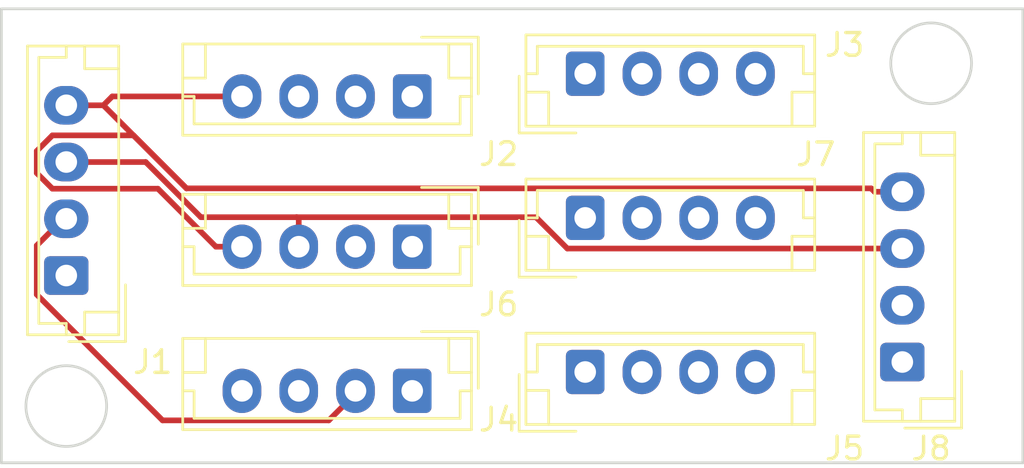
<source format=kicad_pcb>
(kicad_pcb (version 20171130) (host pcbnew "(5.1.4)-1")

  (general
    (thickness 1.6)
    (drawings 6)
    (tracks 47)
    (zones 0)
    (modules 8)
    (nets 5)
  )

  (page A4)
  (layers
    (0 F.Cu signal)
    (31 B.Cu signal)
    (32 B.Adhes user)
    (33 F.Adhes user)
    (34 B.Paste user)
    (35 F.Paste user)
    (36 B.SilkS user)
    (37 F.SilkS user)
    (38 B.Mask user)
    (39 F.Mask user)
    (40 Dwgs.User user)
    (41 Cmts.User user)
    (42 Eco1.User user)
    (43 Eco2.User user)
    (44 Edge.Cuts user)
    (45 Margin user)
    (46 B.CrtYd user)
    (47 F.CrtYd user)
    (48 B.Fab user)
    (49 F.Fab user)
  )

  (setup
    (last_trace_width 0.25)
    (trace_clearance 0.2)
    (zone_clearance 0.508)
    (zone_45_only no)
    (trace_min 0.2)
    (via_size 0.8)
    (via_drill 0.4)
    (via_min_size 0.4)
    (via_min_drill 0.3)
    (uvia_size 0.3)
    (uvia_drill 0.1)
    (uvias_allowed no)
    (uvia_min_size 0.2)
    (uvia_min_drill 0.1)
    (edge_width 0.05)
    (segment_width 0.2)
    (pcb_text_width 0.3)
    (pcb_text_size 1.5 1.5)
    (mod_edge_width 0.12)
    (mod_text_size 1 1)
    (mod_text_width 0.15)
    (pad_size 1.524 1.524)
    (pad_drill 0.762)
    (pad_to_mask_clearance 0.051)
    (solder_mask_min_width 0.25)
    (aux_axis_origin 0 0)
    (visible_elements 7FFFFFFF)
    (pcbplotparams
      (layerselection 0x010fc_ffffffff)
      (usegerberextensions false)
      (usegerberattributes false)
      (usegerberadvancedattributes false)
      (creategerberjobfile false)
      (excludeedgelayer true)
      (linewidth 0.100000)
      (plotframeref false)
      (viasonmask false)
      (mode 1)
      (useauxorigin false)
      (hpglpennumber 1)
      (hpglpenspeed 20)
      (hpglpendiameter 15.000000)
      (psnegative false)
      (psa4output false)
      (plotreference true)
      (plotvalue true)
      (plotinvisibletext false)
      (padsonsilk false)
      (subtractmaskfromsilk false)
      (outputformat 1)
      (mirror false)
      (drillshape 1)
      (scaleselection 1)
      (outputdirectory ""))
  )

  (net 0 "")
  (net 1 +5V)
  (net 2 CANL)
  (net 3 CANH)
  (net 4 GND)

  (net_class Default "This is the default net class."
    (clearance 0.2)
    (trace_width 0.25)
    (via_dia 0.8)
    (via_drill 0.4)
    (uvia_dia 0.3)
    (uvia_drill 0.1)
    (add_net +5V)
    (add_net CANH)
    (add_net CANL)
    (add_net GND)
  )

  (module Connector_JST:JST_EH_B4B-EH-A_1x04_P2.50mm_Vertical (layer F.Cu) (tedit 5C28142C) (tstamp 5E361381)
    (at 45.72 22.86)
    (descr "JST EH series connector, B4B-EH-A (http://www.jst-mfg.com/product/pdf/eng/eEH.pdf), generated with kicad-footprint-generator")
    (tags "connector JST EH vertical")
    (path /5E388058)
    (fp_text reference J3 (at 11.43 -1.27) (layer F.SilkS)
      (effects (font (size 1 1) (thickness 0.15)))
    )
    (fp_text value Conn_01x04_Male (at 3.75 3.4) (layer F.Fab)
      (effects (font (size 1 1) (thickness 0.15)))
    )
    (fp_text user %R (at 3.75 1.5) (layer F.Fab)
      (effects (font (size 1 1) (thickness 0.15)))
    )
    (fp_line (start -2.91 2.61) (end -0.41 2.61) (layer F.Fab) (width 0.1))
    (fp_line (start -2.91 0.11) (end -2.91 2.61) (layer F.Fab) (width 0.1))
    (fp_line (start -2.91 2.61) (end -0.41 2.61) (layer F.SilkS) (width 0.12))
    (fp_line (start -2.91 0.11) (end -2.91 2.61) (layer F.SilkS) (width 0.12))
    (fp_line (start 9.11 0.81) (end 9.11 2.31) (layer F.SilkS) (width 0.12))
    (fp_line (start 10.11 0.81) (end 9.11 0.81) (layer F.SilkS) (width 0.12))
    (fp_line (start -1.61 0.81) (end -1.61 2.31) (layer F.SilkS) (width 0.12))
    (fp_line (start -2.61 0.81) (end -1.61 0.81) (layer F.SilkS) (width 0.12))
    (fp_line (start 9.61 0) (end 10.11 0) (layer F.SilkS) (width 0.12))
    (fp_line (start 9.61 -1.21) (end 9.61 0) (layer F.SilkS) (width 0.12))
    (fp_line (start -2.11 -1.21) (end 9.61 -1.21) (layer F.SilkS) (width 0.12))
    (fp_line (start -2.11 0) (end -2.11 -1.21) (layer F.SilkS) (width 0.12))
    (fp_line (start -2.61 0) (end -2.11 0) (layer F.SilkS) (width 0.12))
    (fp_line (start 10.11 -1.71) (end -2.61 -1.71) (layer F.SilkS) (width 0.12))
    (fp_line (start 10.11 2.31) (end 10.11 -1.71) (layer F.SilkS) (width 0.12))
    (fp_line (start -2.61 2.31) (end 10.11 2.31) (layer F.SilkS) (width 0.12))
    (fp_line (start -2.61 -1.71) (end -2.61 2.31) (layer F.SilkS) (width 0.12))
    (fp_line (start 10.5 -2.1) (end -3 -2.1) (layer F.CrtYd) (width 0.05))
    (fp_line (start 10.5 2.7) (end 10.5 -2.1) (layer F.CrtYd) (width 0.05))
    (fp_line (start -3 2.7) (end 10.5 2.7) (layer F.CrtYd) (width 0.05))
    (fp_line (start -3 -2.1) (end -3 2.7) (layer F.CrtYd) (width 0.05))
    (fp_line (start 10 -1.6) (end -2.5 -1.6) (layer F.Fab) (width 0.1))
    (fp_line (start 10 2.2) (end 10 -1.6) (layer F.Fab) (width 0.1))
    (fp_line (start -2.5 2.2) (end 10 2.2) (layer F.Fab) (width 0.1))
    (fp_line (start -2.5 -1.6) (end -2.5 2.2) (layer F.Fab) (width 0.1))
    (pad 4 thru_hole oval (at 7.5 0) (size 1.7 1.95) (drill 0.95) (layers *.Cu *.Mask)
      (net 2 CANL))
    (pad 3 thru_hole oval (at 5 0) (size 1.7 1.95) (drill 0.95) (layers *.Cu *.Mask)
      (net 3 CANH))
    (pad 2 thru_hole oval (at 2.5 0) (size 1.7 1.95) (drill 0.95) (layers *.Cu *.Mask)
      (net 4 GND))
    (pad 1 thru_hole roundrect (at 0 0) (size 1.7 1.95) (drill 0.95) (layers *.Cu *.Mask) (roundrect_rratio 0.147059)
      (net 1 +5V))
    (model ${KISYS3DMOD}/Connector_JST.3dshapes/JST_EH_B4B-EH-A_1x04_P2.50mm_Vertical.wrl
      (at (xyz 0 0 0))
      (scale (xyz 1 1 1))
      (rotate (xyz 0 0 0))
    )
  )

  (module Connector_JST:JST_EH_B4B-EH-A_1x04_P2.50mm_Vertical (layer F.Cu) (tedit 5C28142C) (tstamp 5E361403)
    (at 59.69 35.56 90)
    (descr "JST EH series connector, B4B-EH-A (http://www.jst-mfg.com/product/pdf/eng/eEH.pdf), generated with kicad-footprint-generator")
    (tags "connector JST EH vertical")
    (path /5E3B4D4E)
    (fp_text reference J8 (at -3.81 1.27 180) (layer F.SilkS)
      (effects (font (size 1 1) (thickness 0.15)))
    )
    (fp_text value Conn_01x04_Male (at 3.75 3.4 90) (layer F.Fab)
      (effects (font (size 1 1) (thickness 0.15)))
    )
    (fp_text user %R (at 3.75 1.5 90) (layer F.Fab)
      (effects (font (size 1 1) (thickness 0.15)))
    )
    (fp_line (start -2.91 2.61) (end -0.41 2.61) (layer F.Fab) (width 0.1))
    (fp_line (start -2.91 0.11) (end -2.91 2.61) (layer F.Fab) (width 0.1))
    (fp_line (start -2.91 2.61) (end -0.41 2.61) (layer F.SilkS) (width 0.12))
    (fp_line (start -2.91 0.11) (end -2.91 2.61) (layer F.SilkS) (width 0.12))
    (fp_line (start 9.11 0.81) (end 9.11 2.31) (layer F.SilkS) (width 0.12))
    (fp_line (start 10.11 0.81) (end 9.11 0.81) (layer F.SilkS) (width 0.12))
    (fp_line (start -1.61 0.81) (end -1.61 2.31) (layer F.SilkS) (width 0.12))
    (fp_line (start -2.61 0.81) (end -1.61 0.81) (layer F.SilkS) (width 0.12))
    (fp_line (start 9.61 0) (end 10.11 0) (layer F.SilkS) (width 0.12))
    (fp_line (start 9.61 -1.21) (end 9.61 0) (layer F.SilkS) (width 0.12))
    (fp_line (start -2.11 -1.21) (end 9.61 -1.21) (layer F.SilkS) (width 0.12))
    (fp_line (start -2.11 0) (end -2.11 -1.21) (layer F.SilkS) (width 0.12))
    (fp_line (start -2.61 0) (end -2.11 0) (layer F.SilkS) (width 0.12))
    (fp_line (start 10.11 -1.71) (end -2.61 -1.71) (layer F.SilkS) (width 0.12))
    (fp_line (start 10.11 2.31) (end 10.11 -1.71) (layer F.SilkS) (width 0.12))
    (fp_line (start -2.61 2.31) (end 10.11 2.31) (layer F.SilkS) (width 0.12))
    (fp_line (start -2.61 -1.71) (end -2.61 2.31) (layer F.SilkS) (width 0.12))
    (fp_line (start 10.5 -2.1) (end -3 -2.1) (layer F.CrtYd) (width 0.05))
    (fp_line (start 10.5 2.7) (end 10.5 -2.1) (layer F.CrtYd) (width 0.05))
    (fp_line (start -3 2.7) (end 10.5 2.7) (layer F.CrtYd) (width 0.05))
    (fp_line (start -3 -2.1) (end -3 2.7) (layer F.CrtYd) (width 0.05))
    (fp_line (start 10 -1.6) (end -2.5 -1.6) (layer F.Fab) (width 0.1))
    (fp_line (start 10 2.2) (end 10 -1.6) (layer F.Fab) (width 0.1))
    (fp_line (start -2.5 2.2) (end 10 2.2) (layer F.Fab) (width 0.1))
    (fp_line (start -2.5 -1.6) (end -2.5 2.2) (layer F.Fab) (width 0.1))
    (pad 4 thru_hole oval (at 7.5 0 90) (size 1.7 1.95) (drill 0.95) (layers *.Cu *.Mask)
      (net 2 CANL))
    (pad 3 thru_hole oval (at 5 0 90) (size 1.7 1.95) (drill 0.95) (layers *.Cu *.Mask)
      (net 3 CANH))
    (pad 2 thru_hole oval (at 2.5 0 90) (size 1.7 1.95) (drill 0.95) (layers *.Cu *.Mask)
      (net 4 GND))
    (pad 1 thru_hole roundrect (at 0 0 90) (size 1.7 1.95) (drill 0.95) (layers *.Cu *.Mask) (roundrect_rratio 0.147059)
      (net 1 +5V))
    (model ${KISYS3DMOD}/Connector_JST.3dshapes/JST_EH_B4B-EH-A_1x04_P2.50mm_Vertical.wrl
      (at (xyz 0 0 0))
      (scale (xyz 1 1 1))
      (rotate (xyz 0 0 0))
    )
  )

  (module Connector_JST:JST_EH_B4B-EH-A_1x04_P2.50mm_Vertical (layer F.Cu) (tedit 5C28142C) (tstamp 5E361FC6)
    (at 45.72 29.21)
    (descr "JST EH series connector, B4B-EH-A (http://www.jst-mfg.com/product/pdf/eng/eEH.pdf), generated with kicad-footprint-generator")
    (tags "connector JST EH vertical")
    (path /5E3B1750)
    (fp_text reference J7 (at 10.16 -2.8) (layer F.SilkS)
      (effects (font (size 1 1) (thickness 0.15)))
    )
    (fp_text value Conn_01x04_Male (at 3.75 3.4) (layer F.Fab)
      (effects (font (size 1 1) (thickness 0.15)))
    )
    (fp_text user %R (at 3.75 1.5) (layer F.Fab)
      (effects (font (size 1 1) (thickness 0.15)))
    )
    (fp_line (start -2.91 2.61) (end -0.41 2.61) (layer F.Fab) (width 0.1))
    (fp_line (start -2.91 0.11) (end -2.91 2.61) (layer F.Fab) (width 0.1))
    (fp_line (start -2.91 2.61) (end -0.41 2.61) (layer F.SilkS) (width 0.12))
    (fp_line (start -2.91 0.11) (end -2.91 2.61) (layer F.SilkS) (width 0.12))
    (fp_line (start 9.11 0.81) (end 9.11 2.31) (layer F.SilkS) (width 0.12))
    (fp_line (start 10.11 0.81) (end 9.11 0.81) (layer F.SilkS) (width 0.12))
    (fp_line (start -1.61 0.81) (end -1.61 2.31) (layer F.SilkS) (width 0.12))
    (fp_line (start -2.61 0.81) (end -1.61 0.81) (layer F.SilkS) (width 0.12))
    (fp_line (start 9.61 0) (end 10.11 0) (layer F.SilkS) (width 0.12))
    (fp_line (start 9.61 -1.21) (end 9.61 0) (layer F.SilkS) (width 0.12))
    (fp_line (start -2.11 -1.21) (end 9.61 -1.21) (layer F.SilkS) (width 0.12))
    (fp_line (start -2.11 0) (end -2.11 -1.21) (layer F.SilkS) (width 0.12))
    (fp_line (start -2.61 0) (end -2.11 0) (layer F.SilkS) (width 0.12))
    (fp_line (start 10.11 -1.71) (end -2.61 -1.71) (layer F.SilkS) (width 0.12))
    (fp_line (start 10.11 2.31) (end 10.11 -1.71) (layer F.SilkS) (width 0.12))
    (fp_line (start -2.61 2.31) (end 10.11 2.31) (layer F.SilkS) (width 0.12))
    (fp_line (start -2.61 -1.71) (end -2.61 2.31) (layer F.SilkS) (width 0.12))
    (fp_line (start 10.5 -2.1) (end -3 -2.1) (layer F.CrtYd) (width 0.05))
    (fp_line (start 10.5 2.7) (end 10.5 -2.1) (layer F.CrtYd) (width 0.05))
    (fp_line (start -3 2.7) (end 10.5 2.7) (layer F.CrtYd) (width 0.05))
    (fp_line (start -3 -2.1) (end -3 2.7) (layer F.CrtYd) (width 0.05))
    (fp_line (start 10 -1.6) (end -2.5 -1.6) (layer F.Fab) (width 0.1))
    (fp_line (start 10 2.2) (end 10 -1.6) (layer F.Fab) (width 0.1))
    (fp_line (start -2.5 2.2) (end 10 2.2) (layer F.Fab) (width 0.1))
    (fp_line (start -2.5 -1.6) (end -2.5 2.2) (layer F.Fab) (width 0.1))
    (pad 4 thru_hole oval (at 7.5 0) (size 1.7 1.95) (drill 0.95) (layers *.Cu *.Mask)
      (net 2 CANL))
    (pad 3 thru_hole oval (at 5 0) (size 1.7 1.95) (drill 0.95) (layers *.Cu *.Mask)
      (net 3 CANH))
    (pad 2 thru_hole oval (at 2.5 0) (size 1.7 1.95) (drill 0.95) (layers *.Cu *.Mask)
      (net 4 GND))
    (pad 1 thru_hole roundrect (at 0 0) (size 1.7 1.95) (drill 0.95) (layers *.Cu *.Mask) (roundrect_rratio 0.147059)
      (net 1 +5V))
    (model ${KISYS3DMOD}/Connector_JST.3dshapes/JST_EH_B4B-EH-A_1x04_P2.50mm_Vertical.wrl
      (at (xyz 0 0 0))
      (scale (xyz 1 1 1))
      (rotate (xyz 0 0 0))
    )
  )

  (module Connector_JST:JST_EH_B4B-EH-A_1x04_P2.50mm_Vertical (layer F.Cu) (tedit 5C28142C) (tstamp 5E3613CF)
    (at 38.1 30.48 180)
    (descr "JST EH series connector, B4B-EH-A (http://www.jst-mfg.com/product/pdf/eng/eEH.pdf), generated with kicad-footprint-generator")
    (tags "connector JST EH vertical")
    (path /5E3B176D)
    (fp_text reference J6 (at -3.81 -2.54) (layer F.SilkS)
      (effects (font (size 1 1) (thickness 0.15)))
    )
    (fp_text value Conn_01x04_Male (at 3.75 3.4) (layer F.Fab)
      (effects (font (size 1 1) (thickness 0.15)))
    )
    (fp_text user %R (at 3.75 1.5) (layer F.Fab)
      (effects (font (size 1 1) (thickness 0.15)))
    )
    (fp_line (start -2.91 2.61) (end -0.41 2.61) (layer F.Fab) (width 0.1))
    (fp_line (start -2.91 0.11) (end -2.91 2.61) (layer F.Fab) (width 0.1))
    (fp_line (start -2.91 2.61) (end -0.41 2.61) (layer F.SilkS) (width 0.12))
    (fp_line (start -2.91 0.11) (end -2.91 2.61) (layer F.SilkS) (width 0.12))
    (fp_line (start 9.11 0.81) (end 9.11 2.31) (layer F.SilkS) (width 0.12))
    (fp_line (start 10.11 0.81) (end 9.11 0.81) (layer F.SilkS) (width 0.12))
    (fp_line (start -1.61 0.81) (end -1.61 2.31) (layer F.SilkS) (width 0.12))
    (fp_line (start -2.61 0.81) (end -1.61 0.81) (layer F.SilkS) (width 0.12))
    (fp_line (start 9.61 0) (end 10.11 0) (layer F.SilkS) (width 0.12))
    (fp_line (start 9.61 -1.21) (end 9.61 0) (layer F.SilkS) (width 0.12))
    (fp_line (start -2.11 -1.21) (end 9.61 -1.21) (layer F.SilkS) (width 0.12))
    (fp_line (start -2.11 0) (end -2.11 -1.21) (layer F.SilkS) (width 0.12))
    (fp_line (start -2.61 0) (end -2.11 0) (layer F.SilkS) (width 0.12))
    (fp_line (start 10.11 -1.71) (end -2.61 -1.71) (layer F.SilkS) (width 0.12))
    (fp_line (start 10.11 2.31) (end 10.11 -1.71) (layer F.SilkS) (width 0.12))
    (fp_line (start -2.61 2.31) (end 10.11 2.31) (layer F.SilkS) (width 0.12))
    (fp_line (start -2.61 -1.71) (end -2.61 2.31) (layer F.SilkS) (width 0.12))
    (fp_line (start 10.5 -2.1) (end -3 -2.1) (layer F.CrtYd) (width 0.05))
    (fp_line (start 10.5 2.7) (end 10.5 -2.1) (layer F.CrtYd) (width 0.05))
    (fp_line (start -3 2.7) (end 10.5 2.7) (layer F.CrtYd) (width 0.05))
    (fp_line (start -3 -2.1) (end -3 2.7) (layer F.CrtYd) (width 0.05))
    (fp_line (start 10 -1.6) (end -2.5 -1.6) (layer F.Fab) (width 0.1))
    (fp_line (start 10 2.2) (end 10 -1.6) (layer F.Fab) (width 0.1))
    (fp_line (start -2.5 2.2) (end 10 2.2) (layer F.Fab) (width 0.1))
    (fp_line (start -2.5 -1.6) (end -2.5 2.2) (layer F.Fab) (width 0.1))
    (pad 4 thru_hole oval (at 7.5 0 180) (size 1.7 1.95) (drill 0.95) (layers *.Cu *.Mask)
      (net 2 CANL))
    (pad 3 thru_hole oval (at 5 0 180) (size 1.7 1.95) (drill 0.95) (layers *.Cu *.Mask)
      (net 3 CANH))
    (pad 2 thru_hole oval (at 2.5 0 180) (size 1.7 1.95) (drill 0.95) (layers *.Cu *.Mask)
      (net 4 GND))
    (pad 1 thru_hole roundrect (at 0 0 180) (size 1.7 1.95) (drill 0.95) (layers *.Cu *.Mask) (roundrect_rratio 0.147059)
      (net 1 +5V))
    (model ${KISYS3DMOD}/Connector_JST.3dshapes/JST_EH_B4B-EH-A_1x04_P2.50mm_Vertical.wrl
      (at (xyz 0 0 0))
      (scale (xyz 1 1 1))
      (rotate (xyz 0 0 0))
    )
  )

  (module Connector_JST:JST_EH_B4B-EH-A_1x04_P2.50mm_Vertical (layer F.Cu) (tedit 5C28142C) (tstamp 5E3613B5)
    (at 45.72 36)
    (descr "JST EH series connector, B4B-EH-A (http://www.jst-mfg.com/product/pdf/eng/eEH.pdf), generated with kicad-footprint-generator")
    (tags "connector JST EH vertical")
    (path /5E3B06CE)
    (fp_text reference J5 (at 11.43 3.37) (layer F.SilkS)
      (effects (font (size 1 1) (thickness 0.15)))
    )
    (fp_text value Conn_01x04_Male (at 3.75 3.4) (layer F.Fab)
      (effects (font (size 1 1) (thickness 0.15)))
    )
    (fp_text user %R (at 3.75 1.5) (layer F.Fab)
      (effects (font (size 1 1) (thickness 0.15)))
    )
    (fp_line (start -2.91 2.61) (end -0.41 2.61) (layer F.Fab) (width 0.1))
    (fp_line (start -2.91 0.11) (end -2.91 2.61) (layer F.Fab) (width 0.1))
    (fp_line (start -2.91 2.61) (end -0.41 2.61) (layer F.SilkS) (width 0.12))
    (fp_line (start -2.91 0.11) (end -2.91 2.61) (layer F.SilkS) (width 0.12))
    (fp_line (start 9.11 0.81) (end 9.11 2.31) (layer F.SilkS) (width 0.12))
    (fp_line (start 10.11 0.81) (end 9.11 0.81) (layer F.SilkS) (width 0.12))
    (fp_line (start -1.61 0.81) (end -1.61 2.31) (layer F.SilkS) (width 0.12))
    (fp_line (start -2.61 0.81) (end -1.61 0.81) (layer F.SilkS) (width 0.12))
    (fp_line (start 9.61 0) (end 10.11 0) (layer F.SilkS) (width 0.12))
    (fp_line (start 9.61 -1.21) (end 9.61 0) (layer F.SilkS) (width 0.12))
    (fp_line (start -2.11 -1.21) (end 9.61 -1.21) (layer F.SilkS) (width 0.12))
    (fp_line (start -2.11 0) (end -2.11 -1.21) (layer F.SilkS) (width 0.12))
    (fp_line (start -2.61 0) (end -2.11 0) (layer F.SilkS) (width 0.12))
    (fp_line (start 10.11 -1.71) (end -2.61 -1.71) (layer F.SilkS) (width 0.12))
    (fp_line (start 10.11 2.31) (end 10.11 -1.71) (layer F.SilkS) (width 0.12))
    (fp_line (start -2.61 2.31) (end 10.11 2.31) (layer F.SilkS) (width 0.12))
    (fp_line (start -2.61 -1.71) (end -2.61 2.31) (layer F.SilkS) (width 0.12))
    (fp_line (start 10.5 -2.1) (end -3 -2.1) (layer F.CrtYd) (width 0.05))
    (fp_line (start 10.5 2.7) (end 10.5 -2.1) (layer F.CrtYd) (width 0.05))
    (fp_line (start -3 2.7) (end 10.5 2.7) (layer F.CrtYd) (width 0.05))
    (fp_line (start -3 -2.1) (end -3 2.7) (layer F.CrtYd) (width 0.05))
    (fp_line (start 10 -1.6) (end -2.5 -1.6) (layer F.Fab) (width 0.1))
    (fp_line (start 10 2.2) (end 10 -1.6) (layer F.Fab) (width 0.1))
    (fp_line (start -2.5 2.2) (end 10 2.2) (layer F.Fab) (width 0.1))
    (fp_line (start -2.5 -1.6) (end -2.5 2.2) (layer F.Fab) (width 0.1))
    (pad 4 thru_hole oval (at 7.5 0) (size 1.7 1.95) (drill 0.95) (layers *.Cu *.Mask)
      (net 2 CANL))
    (pad 3 thru_hole oval (at 5 0) (size 1.7 1.95) (drill 0.95) (layers *.Cu *.Mask)
      (net 3 CANH))
    (pad 2 thru_hole oval (at 2.5 0) (size 1.7 1.95) (drill 0.95) (layers *.Cu *.Mask)
      (net 4 GND))
    (pad 1 thru_hole roundrect (at 0 0) (size 1.7 1.95) (drill 0.95) (layers *.Cu *.Mask) (roundrect_rratio 0.147059)
      (net 1 +5V))
    (model ${KISYS3DMOD}/Connector_JST.3dshapes/JST_EH_B4B-EH-A_1x04_P2.50mm_Vertical.wrl
      (at (xyz 0 0 0))
      (scale (xyz 1 1 1))
      (rotate (xyz 0 0 0))
    )
  )

  (module Connector_JST:JST_EH_B4B-EH-A_1x04_P2.50mm_Vertical (layer F.Cu) (tedit 5C28142C) (tstamp 5E36139B)
    (at 38.1 36.83 180)
    (descr "JST EH series connector, B4B-EH-A (http://www.jst-mfg.com/product/pdf/eng/eEH.pdf), generated with kicad-footprint-generator")
    (tags "connector JST EH vertical")
    (path /5E3B06EB)
    (fp_text reference J4 (at -3.81 -1.27) (layer F.SilkS)
      (effects (font (size 1 1) (thickness 0.15)))
    )
    (fp_text value Conn_01x04_Male (at 3.75 3.4) (layer F.Fab)
      (effects (font (size 1 1) (thickness 0.15)))
    )
    (fp_text user %R (at 3.75 1.5) (layer F.Fab)
      (effects (font (size 1 1) (thickness 0.15)))
    )
    (fp_line (start -2.91 2.61) (end -0.41 2.61) (layer F.Fab) (width 0.1))
    (fp_line (start -2.91 0.11) (end -2.91 2.61) (layer F.Fab) (width 0.1))
    (fp_line (start -2.91 2.61) (end -0.41 2.61) (layer F.SilkS) (width 0.12))
    (fp_line (start -2.91 0.11) (end -2.91 2.61) (layer F.SilkS) (width 0.12))
    (fp_line (start 9.11 0.81) (end 9.11 2.31) (layer F.SilkS) (width 0.12))
    (fp_line (start 10.11 0.81) (end 9.11 0.81) (layer F.SilkS) (width 0.12))
    (fp_line (start -1.61 0.81) (end -1.61 2.31) (layer F.SilkS) (width 0.12))
    (fp_line (start -2.61 0.81) (end -1.61 0.81) (layer F.SilkS) (width 0.12))
    (fp_line (start 9.61 0) (end 10.11 0) (layer F.SilkS) (width 0.12))
    (fp_line (start 9.61 -1.21) (end 9.61 0) (layer F.SilkS) (width 0.12))
    (fp_line (start -2.11 -1.21) (end 9.61 -1.21) (layer F.SilkS) (width 0.12))
    (fp_line (start -2.11 0) (end -2.11 -1.21) (layer F.SilkS) (width 0.12))
    (fp_line (start -2.61 0) (end -2.11 0) (layer F.SilkS) (width 0.12))
    (fp_line (start 10.11 -1.71) (end -2.61 -1.71) (layer F.SilkS) (width 0.12))
    (fp_line (start 10.11 2.31) (end 10.11 -1.71) (layer F.SilkS) (width 0.12))
    (fp_line (start -2.61 2.31) (end 10.11 2.31) (layer F.SilkS) (width 0.12))
    (fp_line (start -2.61 -1.71) (end -2.61 2.31) (layer F.SilkS) (width 0.12))
    (fp_line (start 10.5 -2.1) (end -3 -2.1) (layer F.CrtYd) (width 0.05))
    (fp_line (start 10.5 2.7) (end 10.5 -2.1) (layer F.CrtYd) (width 0.05))
    (fp_line (start -3 2.7) (end 10.5 2.7) (layer F.CrtYd) (width 0.05))
    (fp_line (start -3 -2.1) (end -3 2.7) (layer F.CrtYd) (width 0.05))
    (fp_line (start 10 -1.6) (end -2.5 -1.6) (layer F.Fab) (width 0.1))
    (fp_line (start 10 2.2) (end 10 -1.6) (layer F.Fab) (width 0.1))
    (fp_line (start -2.5 2.2) (end 10 2.2) (layer F.Fab) (width 0.1))
    (fp_line (start -2.5 -1.6) (end -2.5 2.2) (layer F.Fab) (width 0.1))
    (pad 4 thru_hole oval (at 7.5 0 180) (size 1.7 1.95) (drill 0.95) (layers *.Cu *.Mask)
      (net 2 CANL))
    (pad 3 thru_hole oval (at 5 0 180) (size 1.7 1.95) (drill 0.95) (layers *.Cu *.Mask)
      (net 3 CANH))
    (pad 2 thru_hole oval (at 2.5 0 180) (size 1.7 1.95) (drill 0.95) (layers *.Cu *.Mask)
      (net 4 GND))
    (pad 1 thru_hole roundrect (at 0 0 180) (size 1.7 1.95) (drill 0.95) (layers *.Cu *.Mask) (roundrect_rratio 0.147059)
      (net 1 +5V))
    (model ${KISYS3DMOD}/Connector_JST.3dshapes/JST_EH_B4B-EH-A_1x04_P2.50mm_Vertical.wrl
      (at (xyz 0 0 0))
      (scale (xyz 1 1 1))
      (rotate (xyz 0 0 0))
    )
  )

  (module Connector_JST:JST_EH_B4B-EH-A_1x04_P2.50mm_Vertical (layer F.Cu) (tedit 5C28142C) (tstamp 5E361367)
    (at 38.1 23.86 180)
    (descr "JST EH series connector, B4B-EH-A (http://www.jst-mfg.com/product/pdf/eng/eEH.pdf), generated with kicad-footprint-generator")
    (tags "connector JST EH vertical")
    (path /5E369B02)
    (fp_text reference J2 (at -3.81 -2.54) (layer F.SilkS)
      (effects (font (size 1 1) (thickness 0.15)))
    )
    (fp_text value Conn_01x04_Male (at 3.75 3.4) (layer F.Fab)
      (effects (font (size 1 1) (thickness 0.15)))
    )
    (fp_text user %R (at 3.75 1.5) (layer F.Fab)
      (effects (font (size 1 1) (thickness 0.15)))
    )
    (fp_line (start -2.91 2.61) (end -0.41 2.61) (layer F.Fab) (width 0.1))
    (fp_line (start -2.91 0.11) (end -2.91 2.61) (layer F.Fab) (width 0.1))
    (fp_line (start -2.91 2.61) (end -0.41 2.61) (layer F.SilkS) (width 0.12))
    (fp_line (start -2.91 0.11) (end -2.91 2.61) (layer F.SilkS) (width 0.12))
    (fp_line (start 9.11 0.81) (end 9.11 2.31) (layer F.SilkS) (width 0.12))
    (fp_line (start 10.11 0.81) (end 9.11 0.81) (layer F.SilkS) (width 0.12))
    (fp_line (start -1.61 0.81) (end -1.61 2.31) (layer F.SilkS) (width 0.12))
    (fp_line (start -2.61 0.81) (end -1.61 0.81) (layer F.SilkS) (width 0.12))
    (fp_line (start 9.61 0) (end 10.11 0) (layer F.SilkS) (width 0.12))
    (fp_line (start 9.61 -1.21) (end 9.61 0) (layer F.SilkS) (width 0.12))
    (fp_line (start -2.11 -1.21) (end 9.61 -1.21) (layer F.SilkS) (width 0.12))
    (fp_line (start -2.11 0) (end -2.11 -1.21) (layer F.SilkS) (width 0.12))
    (fp_line (start -2.61 0) (end -2.11 0) (layer F.SilkS) (width 0.12))
    (fp_line (start 10.11 -1.71) (end -2.61 -1.71) (layer F.SilkS) (width 0.12))
    (fp_line (start 10.11 2.31) (end 10.11 -1.71) (layer F.SilkS) (width 0.12))
    (fp_line (start -2.61 2.31) (end 10.11 2.31) (layer F.SilkS) (width 0.12))
    (fp_line (start -2.61 -1.71) (end -2.61 2.31) (layer F.SilkS) (width 0.12))
    (fp_line (start 10.5 -2.1) (end -3 -2.1) (layer F.CrtYd) (width 0.05))
    (fp_line (start 10.5 2.7) (end 10.5 -2.1) (layer F.CrtYd) (width 0.05))
    (fp_line (start -3 2.7) (end 10.5 2.7) (layer F.CrtYd) (width 0.05))
    (fp_line (start -3 -2.1) (end -3 2.7) (layer F.CrtYd) (width 0.05))
    (fp_line (start 10 -1.6) (end -2.5 -1.6) (layer F.Fab) (width 0.1))
    (fp_line (start 10 2.2) (end 10 -1.6) (layer F.Fab) (width 0.1))
    (fp_line (start -2.5 2.2) (end 10 2.2) (layer F.Fab) (width 0.1))
    (fp_line (start -2.5 -1.6) (end -2.5 2.2) (layer F.Fab) (width 0.1))
    (pad 4 thru_hole oval (at 7.5 0 180) (size 1.7 1.95) (drill 0.95) (layers *.Cu *.Mask)
      (net 2 CANL))
    (pad 3 thru_hole oval (at 5 0 180) (size 1.7 1.95) (drill 0.95) (layers *.Cu *.Mask)
      (net 3 CANH))
    (pad 2 thru_hole oval (at 2.5 0 180) (size 1.7 1.95) (drill 0.95) (layers *.Cu *.Mask)
      (net 4 GND))
    (pad 1 thru_hole roundrect (at 0 0 180) (size 1.7 1.95) (drill 0.95) (layers *.Cu *.Mask) (roundrect_rratio 0.147059)
      (net 1 +5V))
    (model ${KISYS3DMOD}/Connector_JST.3dshapes/JST_EH_B4B-EH-A_1x04_P2.50mm_Vertical.wrl
      (at (xyz 0 0 0))
      (scale (xyz 1 1 1))
      (rotate (xyz 0 0 0))
    )
  )

  (module Connector_JST:JST_EH_B4B-EH-A_1x04_P2.50mm_Vertical (layer F.Cu) (tedit 5C28142C) (tstamp 5E36134D)
    (at 22.86 31.75 90)
    (descr "JST EH series connector, B4B-EH-A (http://www.jst-mfg.com/product/pdf/eng/eEH.pdf), generated with kicad-footprint-generator")
    (tags "connector JST EH vertical")
    (path /5E3B2F17)
    (fp_text reference J1 (at -3.81 3.81 180) (layer F.SilkS)
      (effects (font (size 1 1) (thickness 0.15)))
    )
    (fp_text value Conn_01x04_Male (at 3.75 3.4 90) (layer F.Fab)
      (effects (font (size 1 1) (thickness 0.15)))
    )
    (fp_text user %R (at 3.75 1.5 90) (layer F.Fab)
      (effects (font (size 1 1) (thickness 0.15)))
    )
    (fp_line (start -2.91 2.61) (end -0.41 2.61) (layer F.Fab) (width 0.1))
    (fp_line (start -2.91 0.11) (end -2.91 2.61) (layer F.Fab) (width 0.1))
    (fp_line (start -2.91 2.61) (end -0.41 2.61) (layer F.SilkS) (width 0.12))
    (fp_line (start -2.91 0.11) (end -2.91 2.61) (layer F.SilkS) (width 0.12))
    (fp_line (start 9.11 0.81) (end 9.11 2.31) (layer F.SilkS) (width 0.12))
    (fp_line (start 10.11 0.81) (end 9.11 0.81) (layer F.SilkS) (width 0.12))
    (fp_line (start -1.61 0.81) (end -1.61 2.31) (layer F.SilkS) (width 0.12))
    (fp_line (start -2.61 0.81) (end -1.61 0.81) (layer F.SilkS) (width 0.12))
    (fp_line (start 9.61 0) (end 10.11 0) (layer F.SilkS) (width 0.12))
    (fp_line (start 9.61 -1.21) (end 9.61 0) (layer F.SilkS) (width 0.12))
    (fp_line (start -2.11 -1.21) (end 9.61 -1.21) (layer F.SilkS) (width 0.12))
    (fp_line (start -2.11 0) (end -2.11 -1.21) (layer F.SilkS) (width 0.12))
    (fp_line (start -2.61 0) (end -2.11 0) (layer F.SilkS) (width 0.12))
    (fp_line (start 10.11 -1.71) (end -2.61 -1.71) (layer F.SilkS) (width 0.12))
    (fp_line (start 10.11 2.31) (end 10.11 -1.71) (layer F.SilkS) (width 0.12))
    (fp_line (start -2.61 2.31) (end 10.11 2.31) (layer F.SilkS) (width 0.12))
    (fp_line (start -2.61 -1.71) (end -2.61 2.31) (layer F.SilkS) (width 0.12))
    (fp_line (start 10.5 -2.1) (end -3 -2.1) (layer F.CrtYd) (width 0.05))
    (fp_line (start 10.5 2.7) (end 10.5 -2.1) (layer F.CrtYd) (width 0.05))
    (fp_line (start -3 2.7) (end 10.5 2.7) (layer F.CrtYd) (width 0.05))
    (fp_line (start -3 -2.1) (end -3 2.7) (layer F.CrtYd) (width 0.05))
    (fp_line (start 10 -1.6) (end -2.5 -1.6) (layer F.Fab) (width 0.1))
    (fp_line (start 10 2.2) (end 10 -1.6) (layer F.Fab) (width 0.1))
    (fp_line (start -2.5 2.2) (end 10 2.2) (layer F.Fab) (width 0.1))
    (fp_line (start -2.5 -1.6) (end -2.5 2.2) (layer F.Fab) (width 0.1))
    (pad 4 thru_hole oval (at 7.5 0 90) (size 1.7 1.95) (drill 0.95) (layers *.Cu *.Mask)
      (net 2 CANL))
    (pad 3 thru_hole oval (at 5 0 90) (size 1.7 1.95) (drill 0.95) (layers *.Cu *.Mask)
      (net 3 CANH))
    (pad 2 thru_hole oval (at 2.5 0 90) (size 1.7 1.95) (drill 0.95) (layers *.Cu *.Mask)
      (net 4 GND))
    (pad 1 thru_hole roundrect (at 0 0 90) (size 1.7 1.95) (drill 0.95) (layers *.Cu *.Mask) (roundrect_rratio 0.147059)
      (net 1 +5V))
    (model ${KISYS3DMOD}/Connector_JST.3dshapes/JST_EH_B4B-EH-A_1x04_P2.50mm_Vertical.wrl
      (at (xyz 0 0 0))
      (scale (xyz 1 1 1))
      (rotate (xyz 0 0 0))
    )
  )

  (gr_circle (center 22.86 37.5) (end 24.638 37.5) (layer Edge.Cuts) (width 0.12) (tstamp 5E64493D))
  (gr_circle (center 60.96 22.4) (end 62.738 22.4) (layer Edge.Cuts) (width 0.12))
  (gr_line (start 65 20) (end 65 40) (layer Edge.Cuts) (width 0.12) (tstamp 5E362345))
  (gr_line (start 20 40) (end 65 40) (layer Edge.Cuts) (width 0.12) (tstamp 5E362345))
  (gr_line (start 20 40) (end 20 20) (layer Edge.Cuts) (width 0.12))
  (gr_line (start 20 20) (end 65 20) (layer Edge.Cuts) (width 0.12) (tstamp 5E36233E))

  (segment (start 59.69 30.52) (end 59.565 30.52) (width 0.25) (layer F.Cu) (net 3))
  (segment (start 59.69 30.52) (end 59.815 30.52) (width 0.25) (layer F.Cu) (net 3))
  (segment (start 30.6 24.255) (end 30.6 24.13) (width 0.25) (layer F.Cu) (net 2))
  (segment (start 53.22 22.735) (end 53.22 22.86) (width 0.25) (layer F.Cu) (net 2))
  (segment (start 30.6 24.13) (end 30.6 24.005) (width 0.25) (layer F.Cu) (net 2))
  (segment (start 53.22 22.86) (end 53.22 22.985) (width 0.25) (layer F.Cu) (net 2))
  (segment (start 30.48 24.25) (end 30.6 24.13) (width 0.25) (layer F.Cu) (net 2))
  (segment (start 33.1 36.955) (end 33.1 36.83) (width 0.25) (layer F.Cu) (net 3))
  (segment (start 50.72 22.735) (end 50.72 22.86) (width 0.25) (layer F.Cu) (net 3))
  (segment (start 33.1 24.13) (end 33.1 24.005) (width 0.25) (layer F.Cu) (net 3))
  (segment (start 48.22 22.735) (end 48.22 22.86) (width 0.25) (layer F.Cu) (net 4))
  (segment (start 35.6 24.13) (end 35.6 24.005) (width 0.25) (layer F.Cu) (net 4))
  (segment (start 59.69 28.02) (end 59.565 28.02) (width 0.25) (layer F.Cu) (net 2))
  (segment (start 59.69 28.02) (end 59.815 28.02) (width 0.25) (layer F.Cu) (net 2))
  (segment (start 58.465 28.06) (end 59.69 28.06) (width 0.25) (layer F.Cu) (net 2))
  (segment (start 58.31499 27.90999) (end 58.465 28.06) (width 0.25) (layer F.Cu) (net 2))
  (segment (start 28.15499 27.90999) (end 58.31499 27.90999) (width 0.25) (layer F.Cu) (net 2))
  (segment (start 24.495 24.25) (end 28.15499 27.90999) (width 0.25) (layer F.Cu) (net 2))
  (segment (start 22.86 24.25) (end 24.495 24.25) (width 0.25) (layer F.Cu) (net 2))
  (segment (start 24.885 23.86) (end 30.6 23.86) (width 0.25) (layer F.Cu) (net 2))
  (segment (start 24.495 24.25) (end 24.885 23.86) (width 0.25) (layer F.Cu) (net 2))
  (segment (start 29.5 30.48) (end 30.6 30.48) (width 0.25) (layer F.Cu) (net 2))
  (segment (start 26.89719 27.92501) (end 29.45218 30.48) (width 0.25) (layer F.Cu) (net 2))
  (segment (start 22.248295 27.92501) (end 26.89719 27.92501) (width 0.25) (layer F.Cu) (net 2))
  (segment (start 29.45218 30.48) (end 29.5 30.48) (width 0.25) (layer F.Cu) (net 2))
  (segment (start 21.55999 27.236705) (end 22.248295 27.92501) (width 0.25) (layer F.Cu) (net 2))
  (segment (start 21.55999 26.263295) (end 21.55999 27.236705) (width 0.25) (layer F.Cu) (net 2))
  (segment (start 22.248295 25.57499) (end 21.55999 26.263295) (width 0.25) (layer F.Cu) (net 2))
  (segment (start 25.81999 25.57499) (end 22.248295 25.57499) (width 0.25) (layer F.Cu) (net 2))
  (segment (start 28.15499 27.90999) (end 25.81999 25.57499) (width 0.25) (layer F.Cu) (net 2))
  (segment (start 58.465 30.56) (end 59.69 30.56) (width 0.25) (layer F.Cu) (net 3))
  (segment (start 44.93181 30.56) (end 58.465 30.56) (width 0.25) (layer F.Cu) (net 3))
  (segment (start 43.5518 29.17999) (end 44.93181 30.56) (width 0.25) (layer F.Cu) (net 3))
  (segment (start 26.35859 26.75) (end 28.78858 29.17999) (width 0.25) (layer F.Cu) (net 3))
  (segment (start 22.86 26.75) (end 26.35859 26.75) (width 0.25) (layer F.Cu) (net 3))
  (segment (start 33.1 29.255) (end 33.1 30.48) (width 0.25) (layer F.Cu) (net 3))
  (segment (start 33.02499 29.17999) (end 33.1 29.255) (width 0.25) (layer F.Cu) (net 3))
  (segment (start 32.98999 29.17999) (end 33.02499 29.17999) (width 0.25) (layer F.Cu) (net 3))
  (segment (start 32.98999 29.17999) (end 43.5518 29.17999) (width 0.25) (layer F.Cu) (net 3))
  (segment (start 28.78858 29.17999) (end 32.98999 29.17999) (width 0.25) (layer F.Cu) (net 3))
  (segment (start 34.42499 38.13001) (end 35.6 36.955) (width 0.25) (layer F.Cu) (net 4))
  (segment (start 27.10182 38.13001) (end 34.42499 38.13001) (width 0.25) (layer F.Cu) (net 4))
  (segment (start 35.6 36.955) (end 35.6 36.83) (width 0.25) (layer F.Cu) (net 4))
  (segment (start 21.55999 32.58818) (end 27.10182 38.13001) (width 0.25) (layer F.Cu) (net 4))
  (segment (start 21.55999 30.42501) (end 21.55999 32.58818) (width 0.25) (layer F.Cu) (net 4))
  (segment (start 22.735 29.25) (end 21.55999 30.42501) (width 0.25) (layer F.Cu) (net 4))
  (segment (start 22.86 29.25) (end 22.735 29.25) (width 0.25) (layer F.Cu) (net 4))

)

</source>
